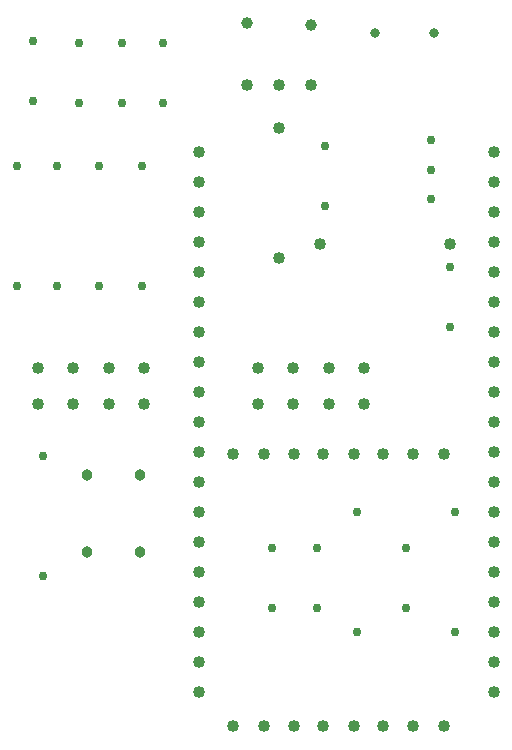
<source format=gbr>
G04 PROTEUS GERBER X2 FILE*
%TF.GenerationSoftware,Labcenter,Proteus,8.12-SP0-Build30713*%
%TF.CreationDate,2023-07-17T11:58:22+00:00*%
%TF.FileFunction,Plated,1,2,PTH*%
%TF.FilePolarity,Positive*%
%TF.Part,Single*%
%TF.SameCoordinates,{929d0d33-b1dc-492e-9cfe-804fc5f4831e}*%
%FSLAX45Y45*%
%MOMM*%
G01*
%TA.AperFunction,ComponentDrill*%
%ADD49C,1.016000*%
%TA.AperFunction,MechanicalDrill*%
%ADD50C,1.000000*%
%TA.AperFunction,ComponentDrill*%
%ADD51C,0.762000*%
%ADD52C,0.838200*%
%TA.AperFunction,ComponentDrill*%
%ADD53C,0.965200*%
%TD.AperFunction*%
D49*
X+4210000Y+5010000D03*
X+4210000Y+4756000D03*
X+4210000Y+4502000D03*
X+4210000Y+4248000D03*
X+4210000Y+3994000D03*
X+4210000Y+3740000D03*
X+4210000Y+3486000D03*
X+4210000Y+3232000D03*
X+4210000Y+2978000D03*
X+4210000Y+2724000D03*
X+4210000Y+2470000D03*
X+4210000Y+2216000D03*
X+4210000Y+1962000D03*
X+4210000Y+1708000D03*
X+4210000Y+1454000D03*
X+4210000Y+1200000D03*
X+4210000Y+946000D03*
X+4210000Y+692000D03*
X+4210000Y+438000D03*
X+1710000Y+438000D03*
X+1710000Y+692000D03*
X+1710000Y+946000D03*
X+1710000Y+1200000D03*
X+1710000Y+1454000D03*
X+1710000Y+1708000D03*
X+1710000Y+1962000D03*
X+1710000Y+2216000D03*
X+1710000Y+2470000D03*
X+1710000Y+2724000D03*
X+1710000Y+2978000D03*
X+1710000Y+3232000D03*
X+1710000Y+3486000D03*
X+1710000Y+3740000D03*
X+1710000Y+3994000D03*
X+1710000Y+4248000D03*
X+1710000Y+4502000D03*
X+1710000Y+4756000D03*
X+1710000Y+5010000D03*
X+1250000Y+3180000D03*
X+950000Y+3180000D03*
X+650000Y+3180000D03*
X+350000Y+3180000D03*
X+1250000Y+2880000D03*
X+950000Y+2880000D03*
X+650000Y+2880000D03*
X+350000Y+2880000D03*
X+3110000Y+3180000D03*
X+2810000Y+3180000D03*
X+2510000Y+3180000D03*
X+2210000Y+3180000D03*
X+3110000Y+2880000D03*
X+2810000Y+2880000D03*
X+2510000Y+2880000D03*
X+2210000Y+2880000D03*
X+2005400Y+150000D03*
X+2265400Y+150000D03*
X+2515400Y+150000D03*
X+2765400Y+150000D03*
X+3025400Y+150000D03*
X+3275400Y+150000D03*
X+3525400Y+150000D03*
X+3785400Y+150000D03*
X+2005400Y+2450000D03*
X+2265400Y+2450000D03*
X+2515400Y+2450000D03*
X+2765400Y+2450000D03*
X+3025400Y+2450000D03*
X+3275400Y+2450000D03*
X+3525400Y+2450000D03*
X+3785400Y+2450000D03*
X+2120000Y+5580000D03*
X+2390000Y+5580000D03*
X+2660000Y+5580000D03*
D50*
X+2120000Y+6100000D03*
X+2660000Y+6090000D03*
D51*
X+170000Y+3880000D03*
X+170000Y+4896000D03*
X+510000Y+3880000D03*
X+510000Y+4896000D03*
X+870000Y+3880000D03*
X+870000Y+4896000D03*
X+1230000Y+3880000D03*
X+1230000Y+4896000D03*
X+310000Y+5440000D03*
X+310000Y+5948000D03*
X+700000Y+5430000D03*
X+700000Y+5938000D03*
X+1060000Y+5430000D03*
X+1060000Y+5938000D03*
X+1410000Y+5430000D03*
X+1410000Y+5938000D03*
X+2330000Y+1660000D03*
X+2330000Y+1152000D03*
X+3880000Y+1960000D03*
X+3880000Y+944000D03*
X+3470000Y+1660000D03*
X+3470000Y+1152000D03*
X+3050000Y+1960000D03*
X+3050000Y+944000D03*
X+2710000Y+1660000D03*
X+2710000Y+1152000D03*
D52*
X+3200000Y+6020000D03*
X+3700000Y+6020000D03*
D49*
X+2390000Y+4110000D03*
X+2390000Y+5210000D03*
X+3840000Y+4230000D03*
X+2740000Y+4230000D03*
D51*
X+3680000Y+5110000D03*
X+3680000Y+4857000D03*
X+3680000Y+4610000D03*
X+3840000Y+4040000D03*
X+3840000Y+3532000D03*
X+2780000Y+5060000D03*
X+2780000Y+4552000D03*
D53*
X+1215000Y+2275000D03*
X+1215000Y+1625000D03*
X+765000Y+2275000D03*
X+765000Y+1625000D03*
D51*
X+390000Y+2440000D03*
X+390000Y+1424000D03*
M02*

</source>
